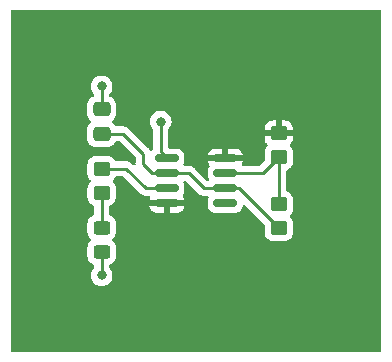
<source format=gbr>
%TF.GenerationSoftware,KiCad,Pcbnew,(6.0.8)*%
%TF.CreationDate,2023-01-21T17:58:08-05:00*%
%TF.ProjectId,Blinky 5.0,426c696e-6b79-4203-952e-302e6b696361,rev?*%
%TF.SameCoordinates,Original*%
%TF.FileFunction,Copper,L1,Top*%
%TF.FilePolarity,Positive*%
%FSLAX46Y46*%
G04 Gerber Fmt 4.6, Leading zero omitted, Abs format (unit mm)*
G04 Created by KiCad (PCBNEW (6.0.8)) date 2023-01-21 17:58:08*
%MOMM*%
%LPD*%
G01*
G04 APERTURE LIST*
G04 Aperture macros list*
%AMRoundRect*
0 Rectangle with rounded corners*
0 $1 Rounding radius*
0 $2 $3 $4 $5 $6 $7 $8 $9 X,Y pos of 4 corners*
0 Add a 4 corners polygon primitive as box body*
4,1,4,$2,$3,$4,$5,$6,$7,$8,$9,$2,$3,0*
0 Add four circle primitives for the rounded corners*
1,1,$1+$1,$2,$3*
1,1,$1+$1,$4,$5*
1,1,$1+$1,$6,$7*
1,1,$1+$1,$8,$9*
0 Add four rect primitives between the rounded corners*
20,1,$1+$1,$2,$3,$4,$5,0*
20,1,$1+$1,$4,$5,$6,$7,0*
20,1,$1+$1,$6,$7,$8,$9,0*
20,1,$1+$1,$8,$9,$2,$3,0*%
G04 Aperture macros list end*
%TA.AperFunction,SMDPad,CuDef*%
%ADD10RoundRect,0.150000X-0.825000X-0.150000X0.825000X-0.150000X0.825000X0.150000X-0.825000X0.150000X0*%
%TD*%
%TA.AperFunction,SMDPad,CuDef*%
%ADD11RoundRect,0.250000X-0.450000X0.350000X-0.450000X-0.350000X0.450000X-0.350000X0.450000X0.350000X0*%
%TD*%
%TA.AperFunction,SMDPad,CuDef*%
%ADD12RoundRect,0.250000X0.450000X-0.325000X0.450000X0.325000X-0.450000X0.325000X-0.450000X-0.325000X0*%
%TD*%
%TA.AperFunction,SMDPad,CuDef*%
%ADD13RoundRect,0.250000X0.475000X-0.337500X0.475000X0.337500X-0.475000X0.337500X-0.475000X-0.337500X0*%
%TD*%
%TA.AperFunction,ViaPad*%
%ADD14C,0.800000*%
%TD*%
%TA.AperFunction,Conductor*%
%ADD15C,0.250000*%
%TD*%
G04 APERTURE END LIST*
D10*
%TO.P,U1,1,GND*%
%TO.N,GND*%
X144525000Y-95095000D03*
%TO.P,U1,2,~{TRIG}*%
%TO.N,/THR*%
X144525000Y-96365000D03*
%TO.P,U1,3,OUT*%
%TO.N,/OUT*%
X144525000Y-97635000D03*
%TO.P,U1,4,~{RST}*%
%TO.N,/VDD*%
X144525000Y-98905000D03*
%TO.P,U1,5,CTRL*%
%TO.N,unconnected-(U1-Pad5)*%
X149475000Y-98905000D03*
%TO.P,U1,6,THR*%
%TO.N,/THR*%
X149475000Y-97635000D03*
%TO.P,U1,7,DIS*%
%TO.N,/DIS*%
X149475000Y-96365000D03*
%TO.P,U1,8,VDD*%
%TO.N,/VDD*%
X149475000Y-95095000D03*
%TD*%
D11*
%TO.P,R3,2*%
%TO.N,Net-(D1-Pad2)*%
X139000000Y-98000000D03*
%TO.P,R3,1*%
%TO.N,/OUT*%
X139000000Y-96000000D03*
%TD*%
%TO.P,R2,1*%
%TO.N,/DIS*%
X154000000Y-99000000D03*
%TO.P,R2,2*%
%TO.N,/THR*%
X154000000Y-101000000D03*
%TD*%
%TO.P,R1,2*%
%TO.N,/DIS*%
X154000000Y-95000000D03*
%TO.P,R1,1*%
%TO.N,/VDD*%
X154000000Y-93000000D03*
%TD*%
D12*
%TO.P,D1,2,A*%
%TO.N,Net-(D1-Pad2)*%
X139000000Y-100975000D03*
%TO.P,D1,1,K*%
%TO.N,GND*%
X139000000Y-103025000D03*
%TD*%
D13*
%TO.P,C1,2*%
%TO.N,GND*%
X139000000Y-90962500D03*
%TO.P,C1,1*%
%TO.N,/THR*%
X139000000Y-93037500D03*
%TD*%
D14*
%TO.N,/VDD*%
X160000000Y-91000000D03*
X134000000Y-91000000D03*
%TO.N,GND*%
X144000000Y-92000000D03*
X139000000Y-89000000D03*
X139000000Y-105000000D03*
%TD*%
D15*
%TO.N,/THR*%
X147635000Y-97635000D02*
X146365000Y-96365000D01*
X149475000Y-97635000D02*
X147635000Y-97635000D01*
X146365000Y-96365000D02*
X144525000Y-96365000D01*
%TO.N,/DIS*%
X152635000Y-96365000D02*
X154000000Y-95000000D01*
X149475000Y-96365000D02*
X152635000Y-96365000D01*
X154000000Y-99000000D02*
X154000000Y-95000000D01*
%TO.N,/THR*%
X154000000Y-101000000D02*
X150635000Y-97635000D01*
X150635000Y-97635000D02*
X149475000Y-97635000D01*
%TO.N,GND*%
X144000000Y-94570000D02*
X144000000Y-92000000D01*
X144525000Y-95095000D02*
X144000000Y-94570000D01*
X139000000Y-90962500D02*
X139000000Y-89000000D01*
X139000000Y-103025000D02*
X139000000Y-105000000D01*
%TO.N,Net-(D1-Pad2)*%
X139000000Y-98000000D02*
X139000000Y-100975000D01*
%TO.N,/OUT*%
X141100000Y-96000000D02*
X139000000Y-96000000D01*
X142735000Y-97635000D02*
X141100000Y-96000000D01*
X144525000Y-97635000D02*
X142735000Y-97635000D01*
%TO.N,/THR*%
X143265000Y-96365000D02*
X144525000Y-96365000D01*
X142500000Y-95600000D02*
X143265000Y-96365000D01*
X142500000Y-94700000D02*
X142500000Y-95600000D01*
X139000000Y-93037500D02*
X140837500Y-93037500D01*
X140837500Y-93037500D02*
X142500000Y-94700000D01*
%TD*%
%TA.AperFunction,Conductor*%
%TO.N,/VDD*%
G36*
X162633621Y-82528502D02*
G01*
X162680114Y-82582158D01*
X162691500Y-82634500D01*
X162691500Y-111365500D01*
X162671498Y-111433621D01*
X162617842Y-111480114D01*
X162565500Y-111491500D01*
X131434500Y-111491500D01*
X131366379Y-111471498D01*
X131319886Y-111417842D01*
X131308500Y-111365500D01*
X131308500Y-93425400D01*
X137766500Y-93425400D01*
X137766837Y-93428646D01*
X137766837Y-93428650D01*
X137775548Y-93512600D01*
X137777474Y-93531166D01*
X137833450Y-93698946D01*
X137926522Y-93849348D01*
X138051697Y-93974305D01*
X138057927Y-93978145D01*
X138057928Y-93978146D01*
X138195090Y-94062694D01*
X138202262Y-94067115D01*
X138267098Y-94088620D01*
X138363611Y-94120632D01*
X138363613Y-94120632D01*
X138370139Y-94122797D01*
X138376975Y-94123497D01*
X138376978Y-94123498D01*
X138420031Y-94127909D01*
X138474600Y-94133500D01*
X139525400Y-94133500D01*
X139528646Y-94133163D01*
X139528650Y-94133163D01*
X139624308Y-94123238D01*
X139624312Y-94123237D01*
X139631166Y-94122526D01*
X139637702Y-94120345D01*
X139637704Y-94120345D01*
X139769806Y-94076272D01*
X139798946Y-94066550D01*
X139949348Y-93973478D01*
X140074305Y-93848303D01*
X140146684Y-93730883D01*
X140199455Y-93683391D01*
X140253943Y-93671000D01*
X140522906Y-93671000D01*
X140591027Y-93691002D01*
X140612001Y-93707905D01*
X141829595Y-94925500D01*
X141863621Y-94987812D01*
X141866500Y-95014595D01*
X141866500Y-95521233D01*
X141865973Y-95532416D01*
X141864298Y-95539909D01*
X141864547Y-95547835D01*
X141864547Y-95547836D01*
X141864960Y-95560968D01*
X141847108Y-95629684D01*
X141794940Y-95677839D01*
X141725018Y-95690146D01*
X141659542Y-95662697D01*
X141649927Y-95654022D01*
X141603652Y-95607747D01*
X141596112Y-95599461D01*
X141592000Y-95592982D01*
X141542348Y-95546356D01*
X141539507Y-95543602D01*
X141519770Y-95523865D01*
X141516573Y-95521385D01*
X141507551Y-95513680D01*
X141475321Y-95483414D01*
X141468375Y-95479595D01*
X141468372Y-95479593D01*
X141457566Y-95473652D01*
X141441047Y-95462801D01*
X141440583Y-95462441D01*
X141425041Y-95450386D01*
X141417772Y-95447241D01*
X141417768Y-95447238D01*
X141384463Y-95432826D01*
X141373813Y-95427609D01*
X141335060Y-95406305D01*
X141315437Y-95401267D01*
X141296734Y-95394863D01*
X141285420Y-95389967D01*
X141285419Y-95389967D01*
X141278145Y-95386819D01*
X141270322Y-95385580D01*
X141270312Y-95385577D01*
X141234476Y-95379901D01*
X141222856Y-95377495D01*
X141187711Y-95368472D01*
X141187710Y-95368472D01*
X141180030Y-95366500D01*
X141159776Y-95366500D01*
X141140065Y-95364949D01*
X141127886Y-95363020D01*
X141120057Y-95361780D01*
X141112165Y-95362526D01*
X141076039Y-95365941D01*
X141064181Y-95366500D01*
X140236781Y-95366500D01*
X140168660Y-95346498D01*
X140129637Y-95306803D01*
X140052332Y-95181880D01*
X140048478Y-95175652D01*
X139923303Y-95050695D01*
X139917072Y-95046854D01*
X139778968Y-94961725D01*
X139778966Y-94961724D01*
X139772738Y-94957885D01*
X139612254Y-94904655D01*
X139611389Y-94904368D01*
X139611387Y-94904368D01*
X139604861Y-94902203D01*
X139598025Y-94901503D01*
X139598022Y-94901502D01*
X139554969Y-94897091D01*
X139500400Y-94891500D01*
X138499600Y-94891500D01*
X138496354Y-94891837D01*
X138496350Y-94891837D01*
X138400692Y-94901762D01*
X138400688Y-94901763D01*
X138393834Y-94902474D01*
X138387298Y-94904655D01*
X138387296Y-94904655D01*
X138255194Y-94948728D01*
X138226054Y-94958450D01*
X138075652Y-95051522D01*
X137950695Y-95176697D01*
X137946855Y-95182927D01*
X137946854Y-95182928D01*
X137867600Y-95311502D01*
X137857885Y-95327262D01*
X137802203Y-95495139D01*
X137801503Y-95501975D01*
X137801502Y-95501978D01*
X137800538Y-95511389D01*
X137791500Y-95599600D01*
X137791500Y-96400400D01*
X137802474Y-96506166D01*
X137804655Y-96512702D01*
X137804655Y-96512704D01*
X137837924Y-96612421D01*
X137858450Y-96673946D01*
X137951522Y-96824348D01*
X138025868Y-96898564D01*
X138038109Y-96910784D01*
X138072188Y-96973066D01*
X138067185Y-97043886D01*
X138038264Y-97088975D01*
X138023386Y-97103879D01*
X137950695Y-97176697D01*
X137946855Y-97182927D01*
X137946854Y-97182928D01*
X137913831Y-97236502D01*
X137857885Y-97327262D01*
X137802203Y-97495139D01*
X137791500Y-97599600D01*
X137791500Y-98400400D01*
X137791837Y-98403646D01*
X137791837Y-98403650D01*
X137801732Y-98499012D01*
X137802474Y-98506166D01*
X137804655Y-98512702D01*
X137804655Y-98512704D01*
X137833638Y-98599576D01*
X137858450Y-98673946D01*
X137951522Y-98824348D01*
X138076697Y-98949305D01*
X138227262Y-99042115D01*
X138280168Y-99059663D01*
X138338527Y-99100094D01*
X138365764Y-99165658D01*
X138366500Y-99179256D01*
X138366500Y-99820803D01*
X138346498Y-99888924D01*
X138292842Y-99935417D01*
X138280377Y-99940326D01*
X138232998Y-99956133D01*
X138232996Y-99956134D01*
X138226054Y-99958450D01*
X138075652Y-100051522D01*
X137950695Y-100176697D01*
X137857885Y-100327262D01*
X137802203Y-100495139D01*
X137791500Y-100599600D01*
X137791500Y-101350400D01*
X137791837Y-101353646D01*
X137791837Y-101353650D01*
X137797020Y-101403598D01*
X137802474Y-101456166D01*
X137804655Y-101462702D01*
X137804655Y-101462704D01*
X137848728Y-101594806D01*
X137858450Y-101623946D01*
X137951522Y-101774348D01*
X138076697Y-101899305D01*
X138080916Y-101901906D01*
X138121417Y-101959030D01*
X138124649Y-102029953D01*
X138089024Y-102091365D01*
X138081470Y-102097922D01*
X138075652Y-102101522D01*
X137950695Y-102226697D01*
X137857885Y-102377262D01*
X137802203Y-102545139D01*
X137791500Y-102649600D01*
X137791500Y-103400400D01*
X137802474Y-103506166D01*
X137858450Y-103673946D01*
X137951522Y-103824348D01*
X138076697Y-103949305D01*
X138227262Y-104042115D01*
X138280168Y-104059663D01*
X138338527Y-104100094D01*
X138365764Y-104165658D01*
X138366500Y-104179256D01*
X138366500Y-104297476D01*
X138346498Y-104365597D01*
X138334142Y-104381779D01*
X138260960Y-104463056D01*
X138165473Y-104628444D01*
X138106458Y-104810072D01*
X138086496Y-105000000D01*
X138106458Y-105189928D01*
X138165473Y-105371556D01*
X138260960Y-105536944D01*
X138388747Y-105678866D01*
X138543248Y-105791118D01*
X138549276Y-105793802D01*
X138549278Y-105793803D01*
X138711681Y-105866109D01*
X138717712Y-105868794D01*
X138811112Y-105888647D01*
X138898056Y-105907128D01*
X138898061Y-105907128D01*
X138904513Y-105908500D01*
X139095487Y-105908500D01*
X139101939Y-105907128D01*
X139101944Y-105907128D01*
X139188888Y-105888647D01*
X139282288Y-105868794D01*
X139288319Y-105866109D01*
X139450722Y-105793803D01*
X139450724Y-105793802D01*
X139456752Y-105791118D01*
X139611253Y-105678866D01*
X139739040Y-105536944D01*
X139834527Y-105371556D01*
X139893542Y-105189928D01*
X139913504Y-105000000D01*
X139893542Y-104810072D01*
X139834527Y-104628444D01*
X139739040Y-104463056D01*
X139665863Y-104381785D01*
X139635147Y-104317779D01*
X139633500Y-104297476D01*
X139633500Y-104179197D01*
X139653502Y-104111076D01*
X139707158Y-104064583D01*
X139719623Y-104059674D01*
X139767002Y-104043867D01*
X139767004Y-104043866D01*
X139773946Y-104041550D01*
X139924348Y-103948478D01*
X140049305Y-103823303D01*
X140142115Y-103672738D01*
X140197797Y-103504861D01*
X140208500Y-103400400D01*
X140208500Y-102649600D01*
X140197526Y-102543834D01*
X140141550Y-102376054D01*
X140048478Y-102225652D01*
X139923303Y-102100695D01*
X139919084Y-102098094D01*
X139878583Y-102040970D01*
X139875351Y-101970047D01*
X139910976Y-101908635D01*
X139918530Y-101902078D01*
X139924348Y-101898478D01*
X140049305Y-101773303D01*
X140110550Y-101673946D01*
X140138275Y-101628968D01*
X140138276Y-101628966D01*
X140142115Y-101622738D01*
X140168564Y-101542995D01*
X140195632Y-101461389D01*
X140195632Y-101461387D01*
X140197797Y-101454861D01*
X140208500Y-101350400D01*
X140208500Y-100599600D01*
X140197526Y-100493834D01*
X140141550Y-100326054D01*
X140048478Y-100175652D01*
X139923303Y-100050695D01*
X139884756Y-100026934D01*
X139778968Y-99961725D01*
X139778966Y-99961724D01*
X139772738Y-99957885D01*
X139719832Y-99940337D01*
X139661473Y-99899906D01*
X139634236Y-99834342D01*
X139633500Y-99820744D01*
X139633500Y-99179197D01*
X139635945Y-99170871D01*
X143048456Y-99170871D01*
X143089107Y-99310790D01*
X143095352Y-99325221D01*
X143171911Y-99454678D01*
X143181551Y-99467104D01*
X143287896Y-99573449D01*
X143300322Y-99583089D01*
X143429779Y-99659648D01*
X143444210Y-99665893D01*
X143590065Y-99708269D01*
X143602667Y-99710570D01*
X143631084Y-99712807D01*
X143636014Y-99713000D01*
X144252885Y-99713000D01*
X144268124Y-99708525D01*
X144269329Y-99707135D01*
X144271000Y-99699452D01*
X144271000Y-99694884D01*
X144779000Y-99694884D01*
X144783475Y-99710123D01*
X144784865Y-99711328D01*
X144792548Y-99712999D01*
X145413984Y-99712999D01*
X145418920Y-99712805D01*
X145447336Y-99710570D01*
X145459931Y-99708270D01*
X145605790Y-99665893D01*
X145620221Y-99659648D01*
X145749678Y-99583089D01*
X145762104Y-99573449D01*
X145868449Y-99467104D01*
X145878089Y-99454678D01*
X145954648Y-99325221D01*
X145960893Y-99310790D01*
X145999939Y-99176395D01*
X145999899Y-99162294D01*
X145992630Y-99159000D01*
X144797115Y-99159000D01*
X144781876Y-99163475D01*
X144780671Y-99164865D01*
X144779000Y-99172548D01*
X144779000Y-99694884D01*
X144271000Y-99694884D01*
X144271000Y-99177115D01*
X144266525Y-99161876D01*
X144265135Y-99160671D01*
X144257452Y-99159000D01*
X143063122Y-99159000D01*
X143049591Y-99162973D01*
X143048456Y-99170871D01*
X139635945Y-99170871D01*
X139653502Y-99111076D01*
X139707158Y-99064583D01*
X139719623Y-99059674D01*
X139767002Y-99043867D01*
X139767004Y-99043866D01*
X139773946Y-99041550D01*
X139924348Y-98948478D01*
X140049305Y-98823303D01*
X140130878Y-98690968D01*
X140138275Y-98678968D01*
X140138276Y-98678966D01*
X140142115Y-98672738D01*
X140197797Y-98504861D01*
X140199177Y-98491399D01*
X140208172Y-98403598D01*
X140208500Y-98400400D01*
X140208500Y-97599600D01*
X140197526Y-97493834D01*
X140171573Y-97416042D01*
X140143868Y-97333002D01*
X140141550Y-97326054D01*
X140048478Y-97175652D01*
X139961891Y-97089216D01*
X139927812Y-97026934D01*
X139932815Y-96956114D01*
X139961736Y-96911025D01*
X140044134Y-96828483D01*
X140049305Y-96823303D01*
X140056666Y-96811361D01*
X140129389Y-96693384D01*
X140182162Y-96645890D01*
X140236649Y-96633500D01*
X140785406Y-96633500D01*
X140853527Y-96653502D01*
X140874501Y-96670405D01*
X142231343Y-98027247D01*
X142238887Y-98035537D01*
X142243000Y-98042018D01*
X142248777Y-98047443D01*
X142292667Y-98088658D01*
X142295509Y-98091413D01*
X142315230Y-98111134D01*
X142318425Y-98113612D01*
X142327447Y-98121318D01*
X142359679Y-98151586D01*
X142366628Y-98155406D01*
X142377432Y-98161346D01*
X142393956Y-98172199D01*
X142409959Y-98184613D01*
X142450543Y-98202176D01*
X142461173Y-98207383D01*
X142499940Y-98228695D01*
X142507617Y-98230666D01*
X142507622Y-98230668D01*
X142519558Y-98233732D01*
X142538266Y-98240137D01*
X142556855Y-98248181D01*
X142564683Y-98249421D01*
X142564690Y-98249423D01*
X142600524Y-98255099D01*
X142612144Y-98257505D01*
X142647289Y-98266528D01*
X142654970Y-98268500D01*
X142675224Y-98268500D01*
X142694934Y-98270051D01*
X142714943Y-98273220D01*
X142722835Y-98272474D01*
X142758961Y-98269059D01*
X142770819Y-98268500D01*
X143002357Y-98268500D01*
X143070478Y-98288502D01*
X143116971Y-98342158D01*
X143127075Y-98412432D01*
X143110811Y-98458639D01*
X143095352Y-98484779D01*
X143089107Y-98499210D01*
X143050061Y-98633605D01*
X143050101Y-98647706D01*
X143057370Y-98651000D01*
X145986878Y-98651000D01*
X146000409Y-98647027D01*
X146001544Y-98639129D01*
X145960893Y-98499210D01*
X145954648Y-98484779D01*
X145878089Y-98355323D01*
X145872129Y-98347640D01*
X145846180Y-98281556D01*
X145860078Y-98211933D01*
X145870421Y-98195839D01*
X145874453Y-98191807D01*
X145959145Y-98048601D01*
X145962799Y-98036026D01*
X145984217Y-97962302D01*
X146005562Y-97888831D01*
X146008500Y-97851502D01*
X146008500Y-97418498D01*
X146005562Y-97381169D01*
X145959145Y-97221399D01*
X145939769Y-97188637D01*
X145922311Y-97119822D01*
X145944828Y-97052491D01*
X146000173Y-97008022D01*
X146048224Y-96998500D01*
X146050406Y-96998500D01*
X146118527Y-97018502D01*
X146139501Y-97035405D01*
X147131343Y-98027247D01*
X147138887Y-98035537D01*
X147143000Y-98042018D01*
X147148777Y-98047443D01*
X147192667Y-98088658D01*
X147195509Y-98091413D01*
X147215230Y-98111134D01*
X147218425Y-98113612D01*
X147227447Y-98121318D01*
X147259679Y-98151586D01*
X147266628Y-98155406D01*
X147277432Y-98161346D01*
X147293956Y-98172199D01*
X147309959Y-98184613D01*
X147350543Y-98202176D01*
X147361173Y-98207383D01*
X147399940Y-98228695D01*
X147407617Y-98230666D01*
X147407622Y-98230668D01*
X147419558Y-98233732D01*
X147438266Y-98240137D01*
X147456855Y-98248181D01*
X147464683Y-98249421D01*
X147464690Y-98249423D01*
X147500524Y-98255099D01*
X147512144Y-98257505D01*
X147547289Y-98266528D01*
X147554970Y-98268500D01*
X147575224Y-98268500D01*
X147594934Y-98270051D01*
X147614943Y-98273220D01*
X147622835Y-98272474D01*
X147658961Y-98269059D01*
X147670819Y-98268500D01*
X147951776Y-98268500D01*
X148019897Y-98288502D01*
X148066390Y-98342158D01*
X148076494Y-98412432D01*
X148060231Y-98458636D01*
X148040855Y-98491399D01*
X148038644Y-98499010D01*
X148038643Y-98499012D01*
X148036944Y-98504861D01*
X147994438Y-98651169D01*
X147991500Y-98688498D01*
X147991500Y-99121502D01*
X147991693Y-99123950D01*
X147991693Y-99123958D01*
X147993457Y-99146366D01*
X147994438Y-99158831D01*
X147999541Y-99176395D01*
X148038586Y-99310790D01*
X148040855Y-99318601D01*
X148044892Y-99325427D01*
X148121509Y-99454980D01*
X148121511Y-99454983D01*
X148125547Y-99461807D01*
X148243193Y-99579453D01*
X148250017Y-99583489D01*
X148250020Y-99583491D01*
X148357589Y-99647107D01*
X148386399Y-99664145D01*
X148394010Y-99666356D01*
X148394012Y-99666357D01*
X148446231Y-99681528D01*
X148546169Y-99710562D01*
X148552574Y-99711066D01*
X148552579Y-99711067D01*
X148581042Y-99713307D01*
X148581050Y-99713307D01*
X148583498Y-99713500D01*
X150366502Y-99713500D01*
X150368950Y-99713307D01*
X150368958Y-99713307D01*
X150397421Y-99711067D01*
X150397426Y-99711066D01*
X150403831Y-99710562D01*
X150503769Y-99681528D01*
X150555988Y-99666357D01*
X150555990Y-99666356D01*
X150563601Y-99664145D01*
X150592411Y-99647107D01*
X150699980Y-99583491D01*
X150699983Y-99583489D01*
X150706807Y-99579453D01*
X150824453Y-99461807D01*
X150828489Y-99454983D01*
X150828491Y-99454980D01*
X150905108Y-99325427D01*
X150909145Y-99318601D01*
X150911415Y-99310790D01*
X150950459Y-99176395D01*
X150955562Y-99158831D01*
X150956543Y-99146366D01*
X150981827Y-99080024D01*
X151038964Y-99037883D01*
X151109814Y-99033322D01*
X151171250Y-99067154D01*
X152754595Y-100650499D01*
X152788621Y-100712811D01*
X152791500Y-100739594D01*
X152791500Y-101400400D01*
X152791837Y-101403646D01*
X152791837Y-101403650D01*
X152797151Y-101454861D01*
X152802474Y-101506166D01*
X152858450Y-101673946D01*
X152951522Y-101824348D01*
X153076697Y-101949305D01*
X153082927Y-101953145D01*
X153082928Y-101953146D01*
X153220090Y-102037694D01*
X153227262Y-102042115D01*
X153307005Y-102068564D01*
X153388611Y-102095632D01*
X153388613Y-102095632D01*
X153395139Y-102097797D01*
X153401975Y-102098497D01*
X153401978Y-102098498D01*
X153445031Y-102102909D01*
X153499600Y-102108500D01*
X154500400Y-102108500D01*
X154503646Y-102108163D01*
X154503650Y-102108163D01*
X154599308Y-102098238D01*
X154599312Y-102098237D01*
X154606166Y-102097526D01*
X154612702Y-102095345D01*
X154612704Y-102095345D01*
X154744806Y-102051272D01*
X154773946Y-102041550D01*
X154924348Y-101948478D01*
X155049305Y-101823303D01*
X155076933Y-101778483D01*
X155138275Y-101678968D01*
X155138276Y-101678966D01*
X155142115Y-101672738D01*
X155197797Y-101504861D01*
X155208500Y-101400400D01*
X155208500Y-100599600D01*
X155197526Y-100493834D01*
X155141550Y-100326054D01*
X155048478Y-100175652D01*
X154961891Y-100089216D01*
X154927812Y-100026934D01*
X154932815Y-99956114D01*
X154961736Y-99911025D01*
X155044134Y-99828483D01*
X155049305Y-99823303D01*
X155118800Y-99710562D01*
X155138275Y-99678968D01*
X155138276Y-99678966D01*
X155142115Y-99672738D01*
X155173056Y-99579453D01*
X155195632Y-99511389D01*
X155195632Y-99511387D01*
X155197797Y-99504861D01*
X155208500Y-99400400D01*
X155208500Y-98599600D01*
X155199484Y-98512704D01*
X155198238Y-98500692D01*
X155198237Y-98500688D01*
X155197526Y-98493834D01*
X155194439Y-98484579D01*
X155143868Y-98333002D01*
X155141550Y-98326054D01*
X155048478Y-98175652D01*
X154923303Y-98050695D01*
X154917072Y-98046854D01*
X154778968Y-97961725D01*
X154778966Y-97961724D01*
X154772738Y-97957885D01*
X154719832Y-97940337D01*
X154661473Y-97899906D01*
X154634236Y-97834342D01*
X154633500Y-97820744D01*
X154633500Y-96179197D01*
X154653502Y-96111076D01*
X154707158Y-96064583D01*
X154719623Y-96059674D01*
X154767002Y-96043867D01*
X154767004Y-96043866D01*
X154773946Y-96041550D01*
X154924348Y-95948478D01*
X155049305Y-95823303D01*
X155065009Y-95797826D01*
X155138275Y-95678968D01*
X155138276Y-95678966D01*
X155142115Y-95672738D01*
X155183543Y-95547836D01*
X155195632Y-95511389D01*
X155195632Y-95511387D01*
X155197797Y-95504861D01*
X155199439Y-95488841D01*
X155208172Y-95403598D01*
X155208500Y-95400400D01*
X155208500Y-94599600D01*
X155205547Y-94571139D01*
X155198238Y-94500692D01*
X155198237Y-94500688D01*
X155197526Y-94493834D01*
X155192352Y-94478324D01*
X155143868Y-94333002D01*
X155141550Y-94326054D01*
X155048478Y-94175652D01*
X155033300Y-94160500D01*
X154961537Y-94088862D01*
X154927458Y-94026579D01*
X154932461Y-93955759D01*
X154961382Y-93910671D01*
X155043739Y-93828171D01*
X155052751Y-93816760D01*
X155137816Y-93678757D01*
X155143963Y-93665576D01*
X155195138Y-93511290D01*
X155198005Y-93497914D01*
X155207672Y-93403562D01*
X155208000Y-93397146D01*
X155208000Y-93272115D01*
X155203525Y-93256876D01*
X155202135Y-93255671D01*
X155194452Y-93254000D01*
X152810116Y-93254000D01*
X152794877Y-93258475D01*
X152793672Y-93259865D01*
X152792001Y-93267548D01*
X152792001Y-93397095D01*
X152792338Y-93403614D01*
X152802257Y-93499206D01*
X152805149Y-93512600D01*
X152856588Y-93666784D01*
X152862761Y-93679962D01*
X152948063Y-93817807D01*
X152957099Y-93829208D01*
X153038462Y-93910430D01*
X153072541Y-93972713D01*
X153067538Y-94043533D01*
X153038617Y-94088620D01*
X152955870Y-94171512D01*
X152955866Y-94171517D01*
X152950695Y-94176697D01*
X152946855Y-94182927D01*
X152946854Y-94182928D01*
X152878193Y-94294317D01*
X152857885Y-94327262D01*
X152855581Y-94334209D01*
X152818367Y-94446407D01*
X152802203Y-94495139D01*
X152791500Y-94599600D01*
X152791500Y-95260405D01*
X152771498Y-95328526D01*
X152754595Y-95349500D01*
X152409500Y-95694595D01*
X152347188Y-95728621D01*
X152320405Y-95731500D01*
X150997643Y-95731500D01*
X150929522Y-95711498D01*
X150883029Y-95657842D01*
X150872925Y-95587568D01*
X150889189Y-95541361D01*
X150904648Y-95515221D01*
X150910893Y-95500790D01*
X150949939Y-95366395D01*
X150949899Y-95352294D01*
X150942630Y-95349000D01*
X148013122Y-95349000D01*
X147999591Y-95352973D01*
X147998456Y-95360871D01*
X148039107Y-95500790D01*
X148045352Y-95515221D01*
X148121911Y-95644677D01*
X148127871Y-95652360D01*
X148153820Y-95718444D01*
X148139922Y-95788067D01*
X148129579Y-95804161D01*
X148125547Y-95808193D01*
X148040855Y-95951399D01*
X147994438Y-96111169D01*
X147991500Y-96148498D01*
X147991500Y-96581502D01*
X147994438Y-96618831D01*
X148021062Y-96710473D01*
X148034895Y-96758085D01*
X148040855Y-96778601D01*
X148060231Y-96811363D01*
X148077689Y-96880178D01*
X148055172Y-96947509D01*
X147999827Y-96991978D01*
X147951776Y-97001500D01*
X147949595Y-97001500D01*
X147881474Y-96981498D01*
X147860500Y-96964595D01*
X146868652Y-95972747D01*
X146861112Y-95964461D01*
X146857000Y-95957982D01*
X146807348Y-95911356D01*
X146804507Y-95908602D01*
X146784770Y-95888865D01*
X146781573Y-95886385D01*
X146772551Y-95878680D01*
X146746100Y-95853841D01*
X146740321Y-95848414D01*
X146733375Y-95844595D01*
X146733372Y-95844593D01*
X146722566Y-95838652D01*
X146706047Y-95827801D01*
X146700248Y-95823303D01*
X146690041Y-95815386D01*
X146682772Y-95812241D01*
X146682768Y-95812238D01*
X146649463Y-95797826D01*
X146638813Y-95792609D01*
X146600060Y-95771305D01*
X146580437Y-95766267D01*
X146561734Y-95759863D01*
X146550420Y-95754967D01*
X146550419Y-95754967D01*
X146543145Y-95751819D01*
X146535322Y-95750580D01*
X146535312Y-95750577D01*
X146499476Y-95744901D01*
X146487856Y-95742495D01*
X146452711Y-95733472D01*
X146452710Y-95733472D01*
X146445030Y-95731500D01*
X146424776Y-95731500D01*
X146405065Y-95729949D01*
X146396681Y-95728621D01*
X146385057Y-95726780D01*
X146363043Y-95728861D01*
X146341039Y-95730941D01*
X146329181Y-95731500D01*
X146048224Y-95731500D01*
X145980103Y-95711498D01*
X145933610Y-95657842D01*
X145923506Y-95587568D01*
X145939769Y-95541364D01*
X145959145Y-95508601D01*
X145961415Y-95500790D01*
X145981845Y-95430467D01*
X146005562Y-95348831D01*
X146007161Y-95328526D01*
X146008307Y-95313958D01*
X146008307Y-95313950D01*
X146008500Y-95311502D01*
X146008500Y-94878498D01*
X146005562Y-94841169D01*
X146000459Y-94823605D01*
X148000061Y-94823605D01*
X148000101Y-94837706D01*
X148007370Y-94841000D01*
X149202885Y-94841000D01*
X149218124Y-94836525D01*
X149219329Y-94835135D01*
X149221000Y-94827452D01*
X149221000Y-94822885D01*
X149729000Y-94822885D01*
X149733475Y-94838124D01*
X149734865Y-94839329D01*
X149742548Y-94841000D01*
X150936878Y-94841000D01*
X150950409Y-94837027D01*
X150951544Y-94829129D01*
X150910893Y-94689210D01*
X150904648Y-94674779D01*
X150828089Y-94545322D01*
X150818449Y-94532896D01*
X150712104Y-94426551D01*
X150699678Y-94416911D01*
X150570221Y-94340352D01*
X150555790Y-94334107D01*
X150409935Y-94291731D01*
X150397333Y-94289430D01*
X150368916Y-94287193D01*
X150363986Y-94287000D01*
X149747115Y-94287000D01*
X149731876Y-94291475D01*
X149730671Y-94292865D01*
X149729000Y-94300548D01*
X149729000Y-94822885D01*
X149221000Y-94822885D01*
X149221000Y-94305116D01*
X149216525Y-94289877D01*
X149215135Y-94288672D01*
X149207452Y-94287001D01*
X148586017Y-94287001D01*
X148581080Y-94287195D01*
X148552664Y-94289430D01*
X148540069Y-94291730D01*
X148394210Y-94334107D01*
X148379779Y-94340352D01*
X148250322Y-94416911D01*
X148237896Y-94426551D01*
X148131551Y-94532896D01*
X148121911Y-94545322D01*
X148045352Y-94674779D01*
X148039107Y-94689210D01*
X148000061Y-94823605D01*
X146000459Y-94823605D01*
X145976528Y-94741231D01*
X145961357Y-94689012D01*
X145961356Y-94689010D01*
X145959145Y-94681399D01*
X145912672Y-94602817D01*
X145878491Y-94545020D01*
X145878489Y-94545017D01*
X145874453Y-94538193D01*
X145756807Y-94420547D01*
X145749983Y-94416511D01*
X145749980Y-94416509D01*
X145620427Y-94339892D01*
X145620428Y-94339892D01*
X145613601Y-94335855D01*
X145605990Y-94333644D01*
X145605988Y-94333643D01*
X145543417Y-94315465D01*
X145453831Y-94289438D01*
X145447426Y-94288934D01*
X145447421Y-94288933D01*
X145418958Y-94286693D01*
X145418950Y-94286693D01*
X145416502Y-94286500D01*
X144759500Y-94286500D01*
X144691379Y-94266498D01*
X144644886Y-94212842D01*
X144633500Y-94160500D01*
X144633500Y-92727885D01*
X152792000Y-92727885D01*
X152796475Y-92743124D01*
X152797865Y-92744329D01*
X152805548Y-92746000D01*
X153727885Y-92746000D01*
X153743124Y-92741525D01*
X153744329Y-92740135D01*
X153746000Y-92732452D01*
X153746000Y-92727885D01*
X154254000Y-92727885D01*
X154258475Y-92743124D01*
X154259865Y-92744329D01*
X154267548Y-92746000D01*
X155189884Y-92746000D01*
X155205123Y-92741525D01*
X155206328Y-92740135D01*
X155207999Y-92732452D01*
X155207999Y-92602905D01*
X155207662Y-92596386D01*
X155197743Y-92500794D01*
X155194851Y-92487400D01*
X155143412Y-92333216D01*
X155137239Y-92320038D01*
X155051937Y-92182193D01*
X155042901Y-92170792D01*
X154928171Y-92056261D01*
X154916760Y-92047249D01*
X154778757Y-91962184D01*
X154765576Y-91956037D01*
X154611290Y-91904862D01*
X154597914Y-91901995D01*
X154503562Y-91892328D01*
X154497145Y-91892000D01*
X154272115Y-91892000D01*
X154256876Y-91896475D01*
X154255671Y-91897865D01*
X154254000Y-91905548D01*
X154254000Y-92727885D01*
X153746000Y-92727885D01*
X153746000Y-91910116D01*
X153741525Y-91894877D01*
X153740135Y-91893672D01*
X153732452Y-91892001D01*
X153502905Y-91892001D01*
X153496386Y-91892338D01*
X153400794Y-91902257D01*
X153387400Y-91905149D01*
X153233216Y-91956588D01*
X153220038Y-91962761D01*
X153082193Y-92048063D01*
X153070792Y-92057099D01*
X152956261Y-92171829D01*
X152947249Y-92183240D01*
X152862184Y-92321243D01*
X152856037Y-92334424D01*
X152804862Y-92488710D01*
X152801995Y-92502086D01*
X152792328Y-92596438D01*
X152792000Y-92602855D01*
X152792000Y-92727885D01*
X144633500Y-92727885D01*
X144633500Y-92702524D01*
X144653502Y-92634403D01*
X144665858Y-92618221D01*
X144739040Y-92536944D01*
X144814657Y-92405972D01*
X144831223Y-92377279D01*
X144831224Y-92377278D01*
X144834527Y-92371556D01*
X144893542Y-92189928D01*
X144913504Y-92000000D01*
X144902289Y-91893296D01*
X144894232Y-91816635D01*
X144894232Y-91816633D01*
X144893542Y-91810072D01*
X144834527Y-91628444D01*
X144739040Y-91463056D01*
X144725504Y-91448022D01*
X144615675Y-91326045D01*
X144615674Y-91326044D01*
X144611253Y-91321134D01*
X144456752Y-91208882D01*
X144450724Y-91206198D01*
X144450722Y-91206197D01*
X144288319Y-91133891D01*
X144288318Y-91133891D01*
X144282288Y-91131206D01*
X144188888Y-91111353D01*
X144101944Y-91092872D01*
X144101939Y-91092872D01*
X144095487Y-91091500D01*
X143904513Y-91091500D01*
X143898061Y-91092872D01*
X143898056Y-91092872D01*
X143811112Y-91111353D01*
X143717712Y-91131206D01*
X143711682Y-91133891D01*
X143711681Y-91133891D01*
X143549278Y-91206197D01*
X143549276Y-91206198D01*
X143543248Y-91208882D01*
X143388747Y-91321134D01*
X143384326Y-91326044D01*
X143384325Y-91326045D01*
X143274497Y-91448022D01*
X143260960Y-91463056D01*
X143165473Y-91628444D01*
X143106458Y-91810072D01*
X143105768Y-91816633D01*
X143105768Y-91816635D01*
X143097711Y-91893296D01*
X143086496Y-92000000D01*
X143106458Y-92189928D01*
X143165473Y-92371556D01*
X143168776Y-92377278D01*
X143168777Y-92377279D01*
X143185343Y-92405972D01*
X143260960Y-92536944D01*
X143334137Y-92618215D01*
X143364853Y-92682221D01*
X143366500Y-92702524D01*
X143366500Y-94305324D01*
X143346498Y-94373445D01*
X143304641Y-94413776D01*
X143300023Y-94416507D01*
X143300019Y-94416510D01*
X143293193Y-94420547D01*
X143269442Y-94444298D01*
X143207130Y-94478324D01*
X143136315Y-94473259D01*
X143079479Y-94430712D01*
X143063194Y-94401583D01*
X143062472Y-94399758D01*
X143062472Y-94399757D01*
X143059552Y-94392383D01*
X143033564Y-94356613D01*
X143027048Y-94346693D01*
X143008580Y-94315465D01*
X143008578Y-94315462D01*
X143004542Y-94308638D01*
X142990221Y-94294317D01*
X142977380Y-94279283D01*
X142970131Y-94269306D01*
X142965472Y-94262893D01*
X142931395Y-94234702D01*
X142922616Y-94226712D01*
X141341152Y-92645247D01*
X141333612Y-92636961D01*
X141329500Y-92630482D01*
X141279848Y-92583856D01*
X141277007Y-92581102D01*
X141257270Y-92561365D01*
X141254073Y-92558885D01*
X141245051Y-92551180D01*
X141238618Y-92545139D01*
X141212821Y-92520914D01*
X141205875Y-92517095D01*
X141205872Y-92517093D01*
X141195066Y-92511152D01*
X141178547Y-92500301D01*
X141178083Y-92499941D01*
X141162541Y-92487886D01*
X141155272Y-92484741D01*
X141155268Y-92484738D01*
X141121963Y-92470326D01*
X141111313Y-92465109D01*
X141072560Y-92443805D01*
X141052937Y-92438767D01*
X141034234Y-92432363D01*
X141022920Y-92427467D01*
X141022919Y-92427467D01*
X141015645Y-92424319D01*
X141007822Y-92423080D01*
X141007812Y-92423077D01*
X140971976Y-92417401D01*
X140960356Y-92414995D01*
X140925211Y-92405972D01*
X140925210Y-92405972D01*
X140917530Y-92404000D01*
X140897276Y-92404000D01*
X140877565Y-92402449D01*
X140865386Y-92400520D01*
X140857557Y-92399280D01*
X140849665Y-92400026D01*
X140813539Y-92403441D01*
X140801681Y-92404000D01*
X140254046Y-92404000D01*
X140185925Y-92383998D01*
X140146902Y-92344303D01*
X140077332Y-92231880D01*
X140073478Y-92225652D01*
X139948303Y-92100695D01*
X139944084Y-92098094D01*
X139903583Y-92040970D01*
X139900351Y-91970047D01*
X139935976Y-91908635D01*
X139943530Y-91902078D01*
X139949348Y-91898478D01*
X140074305Y-91773303D01*
X140167115Y-91622738D01*
X140222797Y-91454861D01*
X140233500Y-91350400D01*
X140233500Y-90574600D01*
X140222526Y-90468834D01*
X140166550Y-90301054D01*
X140073478Y-90150652D01*
X139948303Y-90025695D01*
X139942072Y-90021854D01*
X139803968Y-89936725D01*
X139803966Y-89936724D01*
X139797738Y-89932885D01*
X139740051Y-89913751D01*
X139719833Y-89907045D01*
X139661473Y-89866614D01*
X139634236Y-89801050D01*
X139633500Y-89787452D01*
X139633500Y-89702524D01*
X139653502Y-89634403D01*
X139665858Y-89618221D01*
X139739040Y-89536944D01*
X139834527Y-89371556D01*
X139893542Y-89189928D01*
X139913504Y-89000000D01*
X139893542Y-88810072D01*
X139834527Y-88628444D01*
X139739040Y-88463056D01*
X139611253Y-88321134D01*
X139456752Y-88208882D01*
X139450724Y-88206198D01*
X139450722Y-88206197D01*
X139288319Y-88133891D01*
X139288318Y-88133891D01*
X139282288Y-88131206D01*
X139188888Y-88111353D01*
X139101944Y-88092872D01*
X139101939Y-88092872D01*
X139095487Y-88091500D01*
X138904513Y-88091500D01*
X138898061Y-88092872D01*
X138898056Y-88092872D01*
X138811113Y-88111353D01*
X138717712Y-88131206D01*
X138711682Y-88133891D01*
X138711681Y-88133891D01*
X138549278Y-88206197D01*
X138549276Y-88206198D01*
X138543248Y-88208882D01*
X138388747Y-88321134D01*
X138260960Y-88463056D01*
X138165473Y-88628444D01*
X138106458Y-88810072D01*
X138086496Y-89000000D01*
X138106458Y-89189928D01*
X138165473Y-89371556D01*
X138260960Y-89536944D01*
X138334137Y-89618215D01*
X138364853Y-89682221D01*
X138366500Y-89702524D01*
X138366500Y-89787462D01*
X138346498Y-89855583D01*
X138292842Y-89902076D01*
X138280376Y-89906986D01*
X138219347Y-89927347D01*
X138201054Y-89933450D01*
X138050652Y-90026522D01*
X137925695Y-90151697D01*
X137832885Y-90302262D01*
X137777203Y-90470139D01*
X137766500Y-90574600D01*
X137766500Y-91350400D01*
X137777474Y-91456166D01*
X137779655Y-91462702D01*
X137779655Y-91462704D01*
X137781680Y-91468774D01*
X137833450Y-91623946D01*
X137926522Y-91774348D01*
X138051697Y-91899305D01*
X138055916Y-91901906D01*
X138096417Y-91959030D01*
X138099649Y-92029953D01*
X138064024Y-92091365D01*
X138056470Y-92097922D01*
X138050652Y-92101522D01*
X137925695Y-92226697D01*
X137921855Y-92232927D01*
X137921854Y-92232928D01*
X137868159Y-92320038D01*
X137832885Y-92377262D01*
X137820370Y-92414995D01*
X137795920Y-92488710D01*
X137777203Y-92545139D01*
X137776503Y-92551975D01*
X137776502Y-92551978D01*
X137775794Y-92558892D01*
X137766500Y-92649600D01*
X137766500Y-93425400D01*
X131308500Y-93425400D01*
X131308500Y-82634500D01*
X131328502Y-82566379D01*
X131382158Y-82519886D01*
X131434500Y-82508500D01*
X162565500Y-82508500D01*
X162633621Y-82528502D01*
G37*
%TD.AperFunction*%
%TD*%
M02*

</source>
